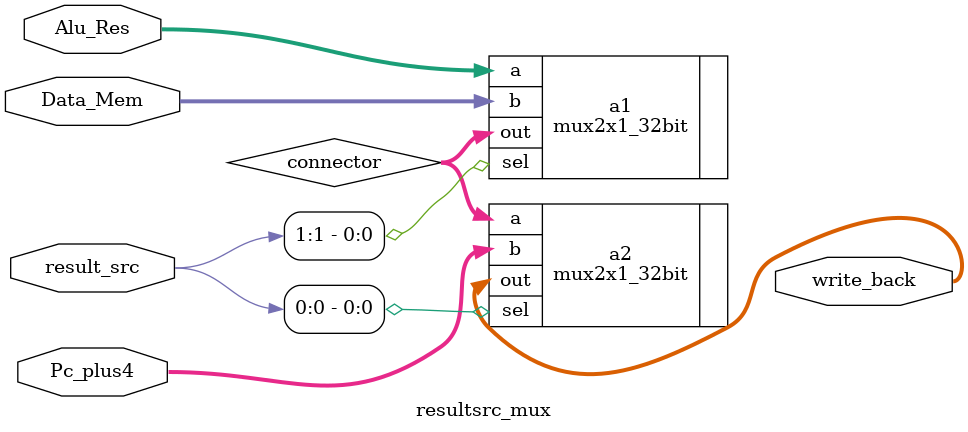
<source format=v>
`include "elements.v"

module resultsrc_mux (
    input [31:0] Alu_Res, Data_Mem, Pc_plus4,
    input [1:0] result_src,
    output [31:0] write_back  
);
wire [31:0] connector;
mux2x1_32bit a1(.a(Alu_Res),.b(Data_Mem),.sel(result_src[1]),.out(connector));
mux2x1_32bit a2(.a(connector),.b(Pc_plus4),.sel(result_src[0]),.out(write_back));


endmodule //resultsrc_mux
</source>
